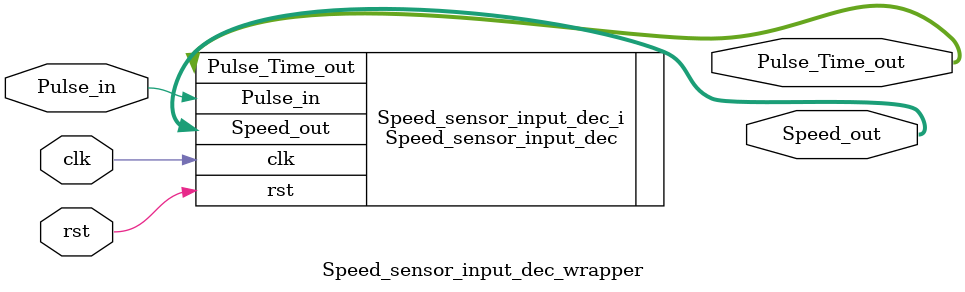
<source format=v>
`timescale 1 ps / 1 ps

module Speed_sensor_input_dec_wrapper
   (Pulse_Time_out,
    Pulse_in,
    Speed_out,
    clk,
    rst);
  output [13:0]Pulse_Time_out;
  input Pulse_in;
  output [13:0]Speed_out;
  input clk;
  input rst;

  wire [13:0]Pulse_Time_out;
  wire Pulse_in;
  wire [13:0]Speed_out;
  wire clk;
  wire rst;

  Speed_sensor_input_dec Speed_sensor_input_dec_i
       (.Pulse_Time_out(Pulse_Time_out),
        .Pulse_in(Pulse_in),
        .Speed_out(Speed_out),
        .clk(clk),
        .rst(rst));
endmodule

</source>
